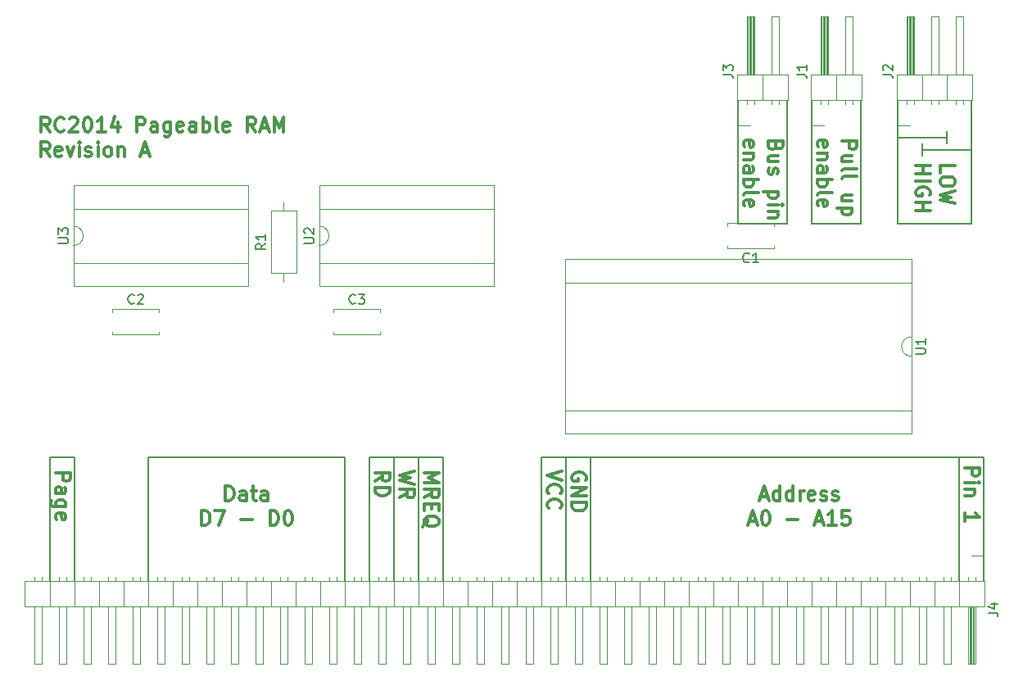
<source format=gto>
G04 #@! TF.FileFunction,Legend,Top*
%FSLAX46Y46*%
G04 Gerber Fmt 4.6, Leading zero omitted, Abs format (unit mm)*
G04 Created by KiCad (PCBNEW 4.0.6) date 06/13/17 15:03:04*
%MOMM*%
%LPD*%
G01*
G04 APERTURE LIST*
%ADD10C,0.100000*%
%ADD11C,0.200000*%
%ADD12C,0.300000*%
%ADD13C,0.120000*%
%ADD14C,0.150000*%
G04 APERTURE END LIST*
D10*
D11*
X185420000Y-137160000D02*
X185420000Y-149860000D01*
D12*
X92031429Y-138787143D02*
X93531429Y-138787143D01*
X93531429Y-139358571D01*
X93460000Y-139501429D01*
X93388571Y-139572857D01*
X93245714Y-139644286D01*
X93031429Y-139644286D01*
X92888571Y-139572857D01*
X92817143Y-139501429D01*
X92745714Y-139358571D01*
X92745714Y-138787143D01*
X92031429Y-140930000D02*
X92817143Y-140930000D01*
X92960000Y-140858571D01*
X93031429Y-140715714D01*
X93031429Y-140430000D01*
X92960000Y-140287143D01*
X92102857Y-140930000D02*
X92031429Y-140787143D01*
X92031429Y-140430000D01*
X92102857Y-140287143D01*
X92245714Y-140215714D01*
X92388571Y-140215714D01*
X92531429Y-140287143D01*
X92602857Y-140430000D01*
X92602857Y-140787143D01*
X92674286Y-140930000D01*
X93031429Y-142287143D02*
X91817143Y-142287143D01*
X91674286Y-142215714D01*
X91602857Y-142144286D01*
X91531429Y-142001429D01*
X91531429Y-141787143D01*
X91602857Y-141644286D01*
X92102857Y-142287143D02*
X92031429Y-142144286D01*
X92031429Y-141858572D01*
X92102857Y-141715714D01*
X92174286Y-141644286D01*
X92317143Y-141572857D01*
X92745714Y-141572857D01*
X92888571Y-141644286D01*
X92960000Y-141715714D01*
X93031429Y-141858572D01*
X93031429Y-142144286D01*
X92960000Y-142287143D01*
X92102857Y-143572857D02*
X92031429Y-143430000D01*
X92031429Y-143144286D01*
X92102857Y-143001429D01*
X92245714Y-142930000D01*
X92817143Y-142930000D01*
X92960000Y-143001429D01*
X93031429Y-143144286D01*
X93031429Y-143430000D01*
X92960000Y-143572857D01*
X92817143Y-143644286D01*
X92674286Y-143644286D01*
X92531429Y-142930000D01*
D11*
X91440000Y-137160000D02*
X91440000Y-149860000D01*
X93980000Y-137160000D02*
X91440000Y-137160000D01*
X93980000Y-149860000D02*
X93980000Y-137160000D01*
D12*
X166482143Y-104997143D02*
X166410714Y-105211429D01*
X166339286Y-105282857D01*
X166196429Y-105354286D01*
X165982143Y-105354286D01*
X165839286Y-105282857D01*
X165767857Y-105211429D01*
X165696429Y-105068571D01*
X165696429Y-104497143D01*
X167196429Y-104497143D01*
X167196429Y-104997143D01*
X167125000Y-105140000D01*
X167053571Y-105211429D01*
X166910714Y-105282857D01*
X166767857Y-105282857D01*
X166625000Y-105211429D01*
X166553571Y-105140000D01*
X166482143Y-104997143D01*
X166482143Y-104497143D01*
X166696429Y-106640000D02*
X165696429Y-106640000D01*
X166696429Y-105997143D02*
X165910714Y-105997143D01*
X165767857Y-106068571D01*
X165696429Y-106211429D01*
X165696429Y-106425714D01*
X165767857Y-106568571D01*
X165839286Y-106640000D01*
X165767857Y-107282857D02*
X165696429Y-107425714D01*
X165696429Y-107711429D01*
X165767857Y-107854286D01*
X165910714Y-107925714D01*
X165982143Y-107925714D01*
X166125000Y-107854286D01*
X166196429Y-107711429D01*
X166196429Y-107497143D01*
X166267857Y-107354286D01*
X166410714Y-107282857D01*
X166482143Y-107282857D01*
X166625000Y-107354286D01*
X166696429Y-107497143D01*
X166696429Y-107711429D01*
X166625000Y-107854286D01*
X166696429Y-109711429D02*
X165196429Y-109711429D01*
X166625000Y-109711429D02*
X166696429Y-109854286D01*
X166696429Y-110140000D01*
X166625000Y-110282857D01*
X166553571Y-110354286D01*
X166410714Y-110425715D01*
X165982143Y-110425715D01*
X165839286Y-110354286D01*
X165767857Y-110282857D01*
X165696429Y-110140000D01*
X165696429Y-109854286D01*
X165767857Y-109711429D01*
X165696429Y-111068572D02*
X166696429Y-111068572D01*
X167196429Y-111068572D02*
X167125000Y-110997143D01*
X167053571Y-111068572D01*
X167125000Y-111140000D01*
X167196429Y-111068572D01*
X167053571Y-111068572D01*
X166696429Y-111782858D02*
X165696429Y-111782858D01*
X166553571Y-111782858D02*
X166625000Y-111854286D01*
X166696429Y-111997144D01*
X166696429Y-112211429D01*
X166625000Y-112354286D01*
X166482143Y-112425715D01*
X165696429Y-112425715D01*
X163217857Y-105068571D02*
X163146429Y-104925714D01*
X163146429Y-104640000D01*
X163217857Y-104497143D01*
X163360714Y-104425714D01*
X163932143Y-104425714D01*
X164075000Y-104497143D01*
X164146429Y-104640000D01*
X164146429Y-104925714D01*
X164075000Y-105068571D01*
X163932143Y-105140000D01*
X163789286Y-105140000D01*
X163646429Y-104425714D01*
X164146429Y-105782857D02*
X163146429Y-105782857D01*
X164003571Y-105782857D02*
X164075000Y-105854285D01*
X164146429Y-105997143D01*
X164146429Y-106211428D01*
X164075000Y-106354285D01*
X163932143Y-106425714D01*
X163146429Y-106425714D01*
X163146429Y-107782857D02*
X163932143Y-107782857D01*
X164075000Y-107711428D01*
X164146429Y-107568571D01*
X164146429Y-107282857D01*
X164075000Y-107140000D01*
X163217857Y-107782857D02*
X163146429Y-107640000D01*
X163146429Y-107282857D01*
X163217857Y-107140000D01*
X163360714Y-107068571D01*
X163503571Y-107068571D01*
X163646429Y-107140000D01*
X163717857Y-107282857D01*
X163717857Y-107640000D01*
X163789286Y-107782857D01*
X163146429Y-108497143D02*
X164646429Y-108497143D01*
X164075000Y-108497143D02*
X164146429Y-108640000D01*
X164146429Y-108925714D01*
X164075000Y-109068571D01*
X164003571Y-109140000D01*
X163860714Y-109211429D01*
X163432143Y-109211429D01*
X163289286Y-109140000D01*
X163217857Y-109068571D01*
X163146429Y-108925714D01*
X163146429Y-108640000D01*
X163217857Y-108497143D01*
X163146429Y-110068572D02*
X163217857Y-109925714D01*
X163360714Y-109854286D01*
X164646429Y-109854286D01*
X163217857Y-111211428D02*
X163146429Y-111068571D01*
X163146429Y-110782857D01*
X163217857Y-110640000D01*
X163360714Y-110568571D01*
X163932143Y-110568571D01*
X164075000Y-110640000D01*
X164146429Y-110782857D01*
X164146429Y-111068571D01*
X164075000Y-111211428D01*
X163932143Y-111282857D01*
X163789286Y-111282857D01*
X163646429Y-110568571D01*
D11*
X162560000Y-113030000D02*
X162560000Y-100330000D01*
X167640000Y-113030000D02*
X162560000Y-113030000D01*
X167640000Y-100330000D02*
X167640000Y-113030000D01*
X181610000Y-104775000D02*
X181610000Y-106045000D01*
X184150000Y-103505000D02*
X184150000Y-104775000D01*
D12*
X183471429Y-107751429D02*
X183471429Y-107037143D01*
X184971429Y-107037143D01*
X184971429Y-108537143D02*
X184971429Y-108822857D01*
X184900000Y-108965715D01*
X184757143Y-109108572D01*
X184471429Y-109180000D01*
X183971429Y-109180000D01*
X183685714Y-109108572D01*
X183542857Y-108965715D01*
X183471429Y-108822857D01*
X183471429Y-108537143D01*
X183542857Y-108394286D01*
X183685714Y-108251429D01*
X183971429Y-108180000D01*
X184471429Y-108180000D01*
X184757143Y-108251429D01*
X184900000Y-108394286D01*
X184971429Y-108537143D01*
X184971429Y-109680001D02*
X183471429Y-110037144D01*
X184542857Y-110322858D01*
X183471429Y-110608572D01*
X184971429Y-110965715D01*
D11*
X186690000Y-105410000D02*
X181610000Y-105410000D01*
X179070000Y-104140000D02*
X184150000Y-104140000D01*
X186690000Y-113030000D02*
X186690000Y-100330000D01*
X179070000Y-113030000D02*
X186690000Y-113030000D01*
X179070000Y-100330000D02*
X179070000Y-113030000D01*
X170180000Y-113030000D02*
X170180000Y-100330000D01*
X175260000Y-113030000D02*
X170180000Y-113030000D01*
X175260000Y-100330000D02*
X175260000Y-113030000D01*
D12*
X164874286Y-141215000D02*
X165588572Y-141215000D01*
X164731429Y-141643571D02*
X165231429Y-140143571D01*
X165731429Y-141643571D01*
X166874286Y-141643571D02*
X166874286Y-140143571D01*
X166874286Y-141572143D02*
X166731429Y-141643571D01*
X166445715Y-141643571D01*
X166302857Y-141572143D01*
X166231429Y-141500714D01*
X166160000Y-141357857D01*
X166160000Y-140929286D01*
X166231429Y-140786429D01*
X166302857Y-140715000D01*
X166445715Y-140643571D01*
X166731429Y-140643571D01*
X166874286Y-140715000D01*
X168231429Y-141643571D02*
X168231429Y-140143571D01*
X168231429Y-141572143D02*
X168088572Y-141643571D01*
X167802858Y-141643571D01*
X167660000Y-141572143D01*
X167588572Y-141500714D01*
X167517143Y-141357857D01*
X167517143Y-140929286D01*
X167588572Y-140786429D01*
X167660000Y-140715000D01*
X167802858Y-140643571D01*
X168088572Y-140643571D01*
X168231429Y-140715000D01*
X168945715Y-141643571D02*
X168945715Y-140643571D01*
X168945715Y-140929286D02*
X169017143Y-140786429D01*
X169088572Y-140715000D01*
X169231429Y-140643571D01*
X169374286Y-140643571D01*
X170445714Y-141572143D02*
X170302857Y-141643571D01*
X170017143Y-141643571D01*
X169874286Y-141572143D01*
X169802857Y-141429286D01*
X169802857Y-140857857D01*
X169874286Y-140715000D01*
X170017143Y-140643571D01*
X170302857Y-140643571D01*
X170445714Y-140715000D01*
X170517143Y-140857857D01*
X170517143Y-141000714D01*
X169802857Y-141143571D01*
X171088571Y-141572143D02*
X171231428Y-141643571D01*
X171517143Y-141643571D01*
X171660000Y-141572143D01*
X171731428Y-141429286D01*
X171731428Y-141357857D01*
X171660000Y-141215000D01*
X171517143Y-141143571D01*
X171302857Y-141143571D01*
X171160000Y-141072143D01*
X171088571Y-140929286D01*
X171088571Y-140857857D01*
X171160000Y-140715000D01*
X171302857Y-140643571D01*
X171517143Y-140643571D01*
X171660000Y-140715000D01*
X172302857Y-141572143D02*
X172445714Y-141643571D01*
X172731429Y-141643571D01*
X172874286Y-141572143D01*
X172945714Y-141429286D01*
X172945714Y-141357857D01*
X172874286Y-141215000D01*
X172731429Y-141143571D01*
X172517143Y-141143571D01*
X172374286Y-141072143D01*
X172302857Y-140929286D01*
X172302857Y-140857857D01*
X172374286Y-140715000D01*
X172517143Y-140643571D01*
X172731429Y-140643571D01*
X172874286Y-140715000D01*
X163695715Y-143765000D02*
X164410001Y-143765000D01*
X163552858Y-144193571D02*
X164052858Y-142693571D01*
X164552858Y-144193571D01*
X165338572Y-142693571D02*
X165481429Y-142693571D01*
X165624286Y-142765000D01*
X165695715Y-142836429D01*
X165767144Y-142979286D01*
X165838572Y-143265000D01*
X165838572Y-143622143D01*
X165767144Y-143907857D01*
X165695715Y-144050714D01*
X165624286Y-144122143D01*
X165481429Y-144193571D01*
X165338572Y-144193571D01*
X165195715Y-144122143D01*
X165124286Y-144050714D01*
X165052858Y-143907857D01*
X164981429Y-143622143D01*
X164981429Y-143265000D01*
X165052858Y-142979286D01*
X165124286Y-142836429D01*
X165195715Y-142765000D01*
X165338572Y-142693571D01*
X167624286Y-143622143D02*
X168767143Y-143622143D01*
X170552857Y-143765000D02*
X171267143Y-143765000D01*
X170410000Y-144193571D02*
X170910000Y-142693571D01*
X171410000Y-144193571D01*
X172695714Y-144193571D02*
X171838571Y-144193571D01*
X172267143Y-144193571D02*
X172267143Y-142693571D01*
X172124286Y-142907857D01*
X171981428Y-143050714D01*
X171838571Y-143122143D01*
X174052857Y-142693571D02*
X173338571Y-142693571D01*
X173267142Y-143407857D01*
X173338571Y-143336429D01*
X173481428Y-143265000D01*
X173838571Y-143265000D01*
X173981428Y-143336429D01*
X174052857Y-143407857D01*
X174124285Y-143550714D01*
X174124285Y-143907857D01*
X174052857Y-144050714D01*
X173981428Y-144122143D01*
X173838571Y-144193571D01*
X173481428Y-144193571D01*
X173338571Y-144122143D01*
X173267142Y-144050714D01*
X146800000Y-139572857D02*
X146871429Y-139430000D01*
X146871429Y-139215714D01*
X146800000Y-139001429D01*
X146657143Y-138858571D01*
X146514286Y-138787143D01*
X146228571Y-138715714D01*
X146014286Y-138715714D01*
X145728571Y-138787143D01*
X145585714Y-138858571D01*
X145442857Y-139001429D01*
X145371429Y-139215714D01*
X145371429Y-139358571D01*
X145442857Y-139572857D01*
X145514286Y-139644286D01*
X146014286Y-139644286D01*
X146014286Y-139358571D01*
X145371429Y-140287143D02*
X146871429Y-140287143D01*
X145371429Y-141144286D01*
X146871429Y-141144286D01*
X145371429Y-141858572D02*
X146871429Y-141858572D01*
X146871429Y-142215715D01*
X146800000Y-142430000D01*
X146657143Y-142572858D01*
X146514286Y-142644286D01*
X146228571Y-142715715D01*
X146014286Y-142715715D01*
X145728571Y-142644286D01*
X145585714Y-142572858D01*
X145442857Y-142430000D01*
X145371429Y-142215715D01*
X145371429Y-141858572D01*
X144331429Y-138572857D02*
X142831429Y-139072857D01*
X144331429Y-139572857D01*
X142974286Y-140930000D02*
X142902857Y-140858571D01*
X142831429Y-140644285D01*
X142831429Y-140501428D01*
X142902857Y-140287143D01*
X143045714Y-140144285D01*
X143188571Y-140072857D01*
X143474286Y-140001428D01*
X143688571Y-140001428D01*
X143974286Y-140072857D01*
X144117143Y-140144285D01*
X144260000Y-140287143D01*
X144331429Y-140501428D01*
X144331429Y-140644285D01*
X144260000Y-140858571D01*
X144188571Y-140930000D01*
X142974286Y-142430000D02*
X142902857Y-142358571D01*
X142831429Y-142144285D01*
X142831429Y-142001428D01*
X142902857Y-141787143D01*
X143045714Y-141644285D01*
X143188571Y-141572857D01*
X143474286Y-141501428D01*
X143688571Y-141501428D01*
X143974286Y-141572857D01*
X144117143Y-141644285D01*
X144260000Y-141787143D01*
X144331429Y-142001428D01*
X144331429Y-142144285D01*
X144260000Y-142358571D01*
X144188571Y-142430000D01*
D11*
X147320000Y-137160000D02*
X185420000Y-137160000D01*
X147320000Y-137160000D02*
X144780000Y-137160000D01*
X147320000Y-149860000D02*
X147320000Y-137160000D01*
X144780000Y-137160000D02*
X144780000Y-149860000D01*
X142240000Y-137160000D02*
X144780000Y-137160000D01*
X142240000Y-149860000D02*
X142240000Y-137160000D01*
D12*
X109581429Y-141643571D02*
X109581429Y-140143571D01*
X109938572Y-140143571D01*
X110152857Y-140215000D01*
X110295715Y-140357857D01*
X110367143Y-140500714D01*
X110438572Y-140786429D01*
X110438572Y-141000714D01*
X110367143Y-141286429D01*
X110295715Y-141429286D01*
X110152857Y-141572143D01*
X109938572Y-141643571D01*
X109581429Y-141643571D01*
X111724286Y-141643571D02*
X111724286Y-140857857D01*
X111652857Y-140715000D01*
X111510000Y-140643571D01*
X111224286Y-140643571D01*
X111081429Y-140715000D01*
X111724286Y-141572143D02*
X111581429Y-141643571D01*
X111224286Y-141643571D01*
X111081429Y-141572143D01*
X111010000Y-141429286D01*
X111010000Y-141286429D01*
X111081429Y-141143571D01*
X111224286Y-141072143D01*
X111581429Y-141072143D01*
X111724286Y-141000714D01*
X112224286Y-140643571D02*
X112795715Y-140643571D01*
X112438572Y-140143571D02*
X112438572Y-141429286D01*
X112510000Y-141572143D01*
X112652858Y-141643571D01*
X112795715Y-141643571D01*
X113938572Y-141643571D02*
X113938572Y-140857857D01*
X113867143Y-140715000D01*
X113724286Y-140643571D01*
X113438572Y-140643571D01*
X113295715Y-140715000D01*
X113938572Y-141572143D02*
X113795715Y-141643571D01*
X113438572Y-141643571D01*
X113295715Y-141572143D01*
X113224286Y-141429286D01*
X113224286Y-141286429D01*
X113295715Y-141143571D01*
X113438572Y-141072143D01*
X113795715Y-141072143D01*
X113938572Y-141000714D01*
X107117144Y-144193571D02*
X107117144Y-142693571D01*
X107474287Y-142693571D01*
X107688572Y-142765000D01*
X107831430Y-142907857D01*
X107902858Y-143050714D01*
X107974287Y-143336429D01*
X107974287Y-143550714D01*
X107902858Y-143836429D01*
X107831430Y-143979286D01*
X107688572Y-144122143D01*
X107474287Y-144193571D01*
X107117144Y-144193571D01*
X108474287Y-142693571D02*
X109474287Y-142693571D01*
X108831430Y-144193571D01*
X111188572Y-143622143D02*
X112331429Y-143622143D01*
X114188572Y-144193571D02*
X114188572Y-142693571D01*
X114545715Y-142693571D01*
X114760000Y-142765000D01*
X114902858Y-142907857D01*
X114974286Y-143050714D01*
X115045715Y-143336429D01*
X115045715Y-143550714D01*
X114974286Y-143836429D01*
X114902858Y-143979286D01*
X114760000Y-144122143D01*
X114545715Y-144193571D01*
X114188572Y-144193571D01*
X115974286Y-142693571D02*
X116117143Y-142693571D01*
X116260000Y-142765000D01*
X116331429Y-142836429D01*
X116402858Y-142979286D01*
X116474286Y-143265000D01*
X116474286Y-143622143D01*
X116402858Y-143907857D01*
X116331429Y-144050714D01*
X116260000Y-144122143D01*
X116117143Y-144193571D01*
X115974286Y-144193571D01*
X115831429Y-144122143D01*
X115760000Y-144050714D01*
X115688572Y-143907857D01*
X115617143Y-143622143D01*
X115617143Y-143265000D01*
X115688572Y-142979286D01*
X115760000Y-142836429D01*
X115831429Y-142765000D01*
X115974286Y-142693571D01*
D11*
X101600000Y-137160000D02*
X101600000Y-149860000D01*
X121920000Y-137160000D02*
X101600000Y-137160000D01*
X121920000Y-149860000D02*
X121920000Y-137160000D01*
D12*
X125051429Y-139644286D02*
X125765714Y-139144286D01*
X125051429Y-138787143D02*
X126551429Y-138787143D01*
X126551429Y-139358571D01*
X126480000Y-139501429D01*
X126408571Y-139572857D01*
X126265714Y-139644286D01*
X126051429Y-139644286D01*
X125908571Y-139572857D01*
X125837143Y-139501429D01*
X125765714Y-139358571D01*
X125765714Y-138787143D01*
X125051429Y-140287143D02*
X126551429Y-140287143D01*
X126551429Y-140644286D01*
X126480000Y-140858571D01*
X126337143Y-141001429D01*
X126194286Y-141072857D01*
X125908571Y-141144286D01*
X125694286Y-141144286D01*
X125408571Y-141072857D01*
X125265714Y-141001429D01*
X125122857Y-140858571D01*
X125051429Y-140644286D01*
X125051429Y-140287143D01*
X129091429Y-138644286D02*
X127591429Y-139001429D01*
X128662857Y-139287143D01*
X127591429Y-139572857D01*
X129091429Y-139930000D01*
X127591429Y-141358572D02*
X128305714Y-140858572D01*
X127591429Y-140501429D02*
X129091429Y-140501429D01*
X129091429Y-141072857D01*
X129020000Y-141215715D01*
X128948571Y-141287143D01*
X128805714Y-141358572D01*
X128591429Y-141358572D01*
X128448571Y-141287143D01*
X128377143Y-141215715D01*
X128305714Y-141072857D01*
X128305714Y-140501429D01*
X130131429Y-138787143D02*
X131631429Y-138787143D01*
X130560000Y-139287143D01*
X131631429Y-139787143D01*
X130131429Y-139787143D01*
X130131429Y-141358572D02*
X130845714Y-140858572D01*
X130131429Y-140501429D02*
X131631429Y-140501429D01*
X131631429Y-141072857D01*
X131560000Y-141215715D01*
X131488571Y-141287143D01*
X131345714Y-141358572D01*
X131131429Y-141358572D01*
X130988571Y-141287143D01*
X130917143Y-141215715D01*
X130845714Y-141072857D01*
X130845714Y-140501429D01*
X130917143Y-142001429D02*
X130917143Y-142501429D01*
X130131429Y-142715715D02*
X130131429Y-142001429D01*
X131631429Y-142001429D01*
X131631429Y-142715715D01*
X129988571Y-144358572D02*
X130060000Y-144215715D01*
X130202857Y-144072858D01*
X130417143Y-143858572D01*
X130488571Y-143715715D01*
X130488571Y-143572858D01*
X130131429Y-143644286D02*
X130202857Y-143501429D01*
X130345714Y-143358572D01*
X130631429Y-143287143D01*
X131131429Y-143287143D01*
X131417143Y-143358572D01*
X131560000Y-143501429D01*
X131631429Y-143644286D01*
X131631429Y-143930000D01*
X131560000Y-144072858D01*
X131417143Y-144215715D01*
X131131429Y-144287143D01*
X130631429Y-144287143D01*
X130345714Y-144215715D01*
X130202857Y-144072858D01*
X130131429Y-143930000D01*
X130131429Y-143644286D01*
D11*
X129540000Y-137160000D02*
X129540000Y-149860000D01*
X127000000Y-149860000D02*
X127000000Y-137160000D01*
X124460000Y-137160000D02*
X124460000Y-149860000D01*
X132080000Y-137160000D02*
X124460000Y-137160000D01*
X132080000Y-149860000D02*
X132080000Y-137160000D01*
D12*
X180931429Y-107037143D02*
X182431429Y-107037143D01*
X181717143Y-107037143D02*
X181717143Y-107894286D01*
X180931429Y-107894286D02*
X182431429Y-107894286D01*
X180931429Y-108608572D02*
X182431429Y-108608572D01*
X182360000Y-110108572D02*
X182431429Y-109965715D01*
X182431429Y-109751429D01*
X182360000Y-109537144D01*
X182217143Y-109394286D01*
X182074286Y-109322858D01*
X181788571Y-109251429D01*
X181574286Y-109251429D01*
X181288571Y-109322858D01*
X181145714Y-109394286D01*
X181002857Y-109537144D01*
X180931429Y-109751429D01*
X180931429Y-109894286D01*
X181002857Y-110108572D01*
X181074286Y-110180001D01*
X181574286Y-110180001D01*
X181574286Y-109894286D01*
X180931429Y-110822858D02*
X182431429Y-110822858D01*
X181717143Y-110822858D02*
X181717143Y-111680001D01*
X180931429Y-111680001D02*
X182431429Y-111680001D01*
X173316429Y-104497143D02*
X174816429Y-104497143D01*
X174816429Y-105068571D01*
X174745000Y-105211429D01*
X174673571Y-105282857D01*
X174530714Y-105354286D01*
X174316429Y-105354286D01*
X174173571Y-105282857D01*
X174102143Y-105211429D01*
X174030714Y-105068571D01*
X174030714Y-104497143D01*
X174316429Y-106640000D02*
X173316429Y-106640000D01*
X174316429Y-105997143D02*
X173530714Y-105997143D01*
X173387857Y-106068571D01*
X173316429Y-106211429D01*
X173316429Y-106425714D01*
X173387857Y-106568571D01*
X173459286Y-106640000D01*
X173316429Y-107568572D02*
X173387857Y-107425714D01*
X173530714Y-107354286D01*
X174816429Y-107354286D01*
X173316429Y-108354286D02*
X173387857Y-108211428D01*
X173530714Y-108140000D01*
X174816429Y-108140000D01*
X174316429Y-110711428D02*
X173316429Y-110711428D01*
X174316429Y-110068571D02*
X173530714Y-110068571D01*
X173387857Y-110139999D01*
X173316429Y-110282857D01*
X173316429Y-110497142D01*
X173387857Y-110639999D01*
X173459286Y-110711428D01*
X174316429Y-111425714D02*
X172816429Y-111425714D01*
X174245000Y-111425714D02*
X174316429Y-111568571D01*
X174316429Y-111854285D01*
X174245000Y-111997142D01*
X174173571Y-112068571D01*
X174030714Y-112140000D01*
X173602143Y-112140000D01*
X173459286Y-112068571D01*
X173387857Y-111997142D01*
X173316429Y-111854285D01*
X173316429Y-111568571D01*
X173387857Y-111425714D01*
X170837857Y-105068571D02*
X170766429Y-104925714D01*
X170766429Y-104640000D01*
X170837857Y-104497143D01*
X170980714Y-104425714D01*
X171552143Y-104425714D01*
X171695000Y-104497143D01*
X171766429Y-104640000D01*
X171766429Y-104925714D01*
X171695000Y-105068571D01*
X171552143Y-105140000D01*
X171409286Y-105140000D01*
X171266429Y-104425714D01*
X171766429Y-105782857D02*
X170766429Y-105782857D01*
X171623571Y-105782857D02*
X171695000Y-105854285D01*
X171766429Y-105997143D01*
X171766429Y-106211428D01*
X171695000Y-106354285D01*
X171552143Y-106425714D01*
X170766429Y-106425714D01*
X170766429Y-107782857D02*
X171552143Y-107782857D01*
X171695000Y-107711428D01*
X171766429Y-107568571D01*
X171766429Y-107282857D01*
X171695000Y-107140000D01*
X170837857Y-107782857D02*
X170766429Y-107640000D01*
X170766429Y-107282857D01*
X170837857Y-107140000D01*
X170980714Y-107068571D01*
X171123571Y-107068571D01*
X171266429Y-107140000D01*
X171337857Y-107282857D01*
X171337857Y-107640000D01*
X171409286Y-107782857D01*
X170766429Y-108497143D02*
X172266429Y-108497143D01*
X171695000Y-108497143D02*
X171766429Y-108640000D01*
X171766429Y-108925714D01*
X171695000Y-109068571D01*
X171623571Y-109140000D01*
X171480714Y-109211429D01*
X171052143Y-109211429D01*
X170909286Y-109140000D01*
X170837857Y-109068571D01*
X170766429Y-108925714D01*
X170766429Y-108640000D01*
X170837857Y-108497143D01*
X170766429Y-110068572D02*
X170837857Y-109925714D01*
X170980714Y-109854286D01*
X172266429Y-109854286D01*
X170837857Y-111211428D02*
X170766429Y-111068571D01*
X170766429Y-110782857D01*
X170837857Y-110640000D01*
X170980714Y-110568571D01*
X171552143Y-110568571D01*
X171695000Y-110640000D01*
X171766429Y-110782857D01*
X171766429Y-111068571D01*
X171695000Y-111211428D01*
X171552143Y-111282857D01*
X171409286Y-111282857D01*
X171266429Y-110568571D01*
X91384286Y-103543571D02*
X90884286Y-102829286D01*
X90527143Y-103543571D02*
X90527143Y-102043571D01*
X91098571Y-102043571D01*
X91241429Y-102115000D01*
X91312857Y-102186429D01*
X91384286Y-102329286D01*
X91384286Y-102543571D01*
X91312857Y-102686429D01*
X91241429Y-102757857D01*
X91098571Y-102829286D01*
X90527143Y-102829286D01*
X92884286Y-103400714D02*
X92812857Y-103472143D01*
X92598571Y-103543571D01*
X92455714Y-103543571D01*
X92241429Y-103472143D01*
X92098571Y-103329286D01*
X92027143Y-103186429D01*
X91955714Y-102900714D01*
X91955714Y-102686429D01*
X92027143Y-102400714D01*
X92098571Y-102257857D01*
X92241429Y-102115000D01*
X92455714Y-102043571D01*
X92598571Y-102043571D01*
X92812857Y-102115000D01*
X92884286Y-102186429D01*
X93455714Y-102186429D02*
X93527143Y-102115000D01*
X93670000Y-102043571D01*
X94027143Y-102043571D01*
X94170000Y-102115000D01*
X94241429Y-102186429D01*
X94312857Y-102329286D01*
X94312857Y-102472143D01*
X94241429Y-102686429D01*
X93384286Y-103543571D01*
X94312857Y-103543571D01*
X95241428Y-102043571D02*
X95384285Y-102043571D01*
X95527142Y-102115000D01*
X95598571Y-102186429D01*
X95670000Y-102329286D01*
X95741428Y-102615000D01*
X95741428Y-102972143D01*
X95670000Y-103257857D01*
X95598571Y-103400714D01*
X95527142Y-103472143D01*
X95384285Y-103543571D01*
X95241428Y-103543571D01*
X95098571Y-103472143D01*
X95027142Y-103400714D01*
X94955714Y-103257857D01*
X94884285Y-102972143D01*
X94884285Y-102615000D01*
X94955714Y-102329286D01*
X95027142Y-102186429D01*
X95098571Y-102115000D01*
X95241428Y-102043571D01*
X97169999Y-103543571D02*
X96312856Y-103543571D01*
X96741428Y-103543571D02*
X96741428Y-102043571D01*
X96598571Y-102257857D01*
X96455713Y-102400714D01*
X96312856Y-102472143D01*
X98455713Y-102543571D02*
X98455713Y-103543571D01*
X98098570Y-101972143D02*
X97741427Y-103043571D01*
X98669999Y-103043571D01*
X100384284Y-103543571D02*
X100384284Y-102043571D01*
X100955712Y-102043571D01*
X101098570Y-102115000D01*
X101169998Y-102186429D01*
X101241427Y-102329286D01*
X101241427Y-102543571D01*
X101169998Y-102686429D01*
X101098570Y-102757857D01*
X100955712Y-102829286D01*
X100384284Y-102829286D01*
X102527141Y-103543571D02*
X102527141Y-102757857D01*
X102455712Y-102615000D01*
X102312855Y-102543571D01*
X102027141Y-102543571D01*
X101884284Y-102615000D01*
X102527141Y-103472143D02*
X102384284Y-103543571D01*
X102027141Y-103543571D01*
X101884284Y-103472143D01*
X101812855Y-103329286D01*
X101812855Y-103186429D01*
X101884284Y-103043571D01*
X102027141Y-102972143D01*
X102384284Y-102972143D01*
X102527141Y-102900714D01*
X103884284Y-102543571D02*
X103884284Y-103757857D01*
X103812855Y-103900714D01*
X103741427Y-103972143D01*
X103598570Y-104043571D01*
X103384284Y-104043571D01*
X103241427Y-103972143D01*
X103884284Y-103472143D02*
X103741427Y-103543571D01*
X103455713Y-103543571D01*
X103312855Y-103472143D01*
X103241427Y-103400714D01*
X103169998Y-103257857D01*
X103169998Y-102829286D01*
X103241427Y-102686429D01*
X103312855Y-102615000D01*
X103455713Y-102543571D01*
X103741427Y-102543571D01*
X103884284Y-102615000D01*
X105169998Y-103472143D02*
X105027141Y-103543571D01*
X104741427Y-103543571D01*
X104598570Y-103472143D01*
X104527141Y-103329286D01*
X104527141Y-102757857D01*
X104598570Y-102615000D01*
X104741427Y-102543571D01*
X105027141Y-102543571D01*
X105169998Y-102615000D01*
X105241427Y-102757857D01*
X105241427Y-102900714D01*
X104527141Y-103043571D01*
X106527141Y-103543571D02*
X106527141Y-102757857D01*
X106455712Y-102615000D01*
X106312855Y-102543571D01*
X106027141Y-102543571D01*
X105884284Y-102615000D01*
X106527141Y-103472143D02*
X106384284Y-103543571D01*
X106027141Y-103543571D01*
X105884284Y-103472143D01*
X105812855Y-103329286D01*
X105812855Y-103186429D01*
X105884284Y-103043571D01*
X106027141Y-102972143D01*
X106384284Y-102972143D01*
X106527141Y-102900714D01*
X107241427Y-103543571D02*
X107241427Y-102043571D01*
X107241427Y-102615000D02*
X107384284Y-102543571D01*
X107669998Y-102543571D01*
X107812855Y-102615000D01*
X107884284Y-102686429D01*
X107955713Y-102829286D01*
X107955713Y-103257857D01*
X107884284Y-103400714D01*
X107812855Y-103472143D01*
X107669998Y-103543571D01*
X107384284Y-103543571D01*
X107241427Y-103472143D01*
X108812856Y-103543571D02*
X108669998Y-103472143D01*
X108598570Y-103329286D01*
X108598570Y-102043571D01*
X109955712Y-103472143D02*
X109812855Y-103543571D01*
X109527141Y-103543571D01*
X109384284Y-103472143D01*
X109312855Y-103329286D01*
X109312855Y-102757857D01*
X109384284Y-102615000D01*
X109527141Y-102543571D01*
X109812855Y-102543571D01*
X109955712Y-102615000D01*
X110027141Y-102757857D01*
X110027141Y-102900714D01*
X109312855Y-103043571D01*
X112669998Y-103543571D02*
X112169998Y-102829286D01*
X111812855Y-103543571D02*
X111812855Y-102043571D01*
X112384283Y-102043571D01*
X112527141Y-102115000D01*
X112598569Y-102186429D01*
X112669998Y-102329286D01*
X112669998Y-102543571D01*
X112598569Y-102686429D01*
X112527141Y-102757857D01*
X112384283Y-102829286D01*
X111812855Y-102829286D01*
X113241426Y-103115000D02*
X113955712Y-103115000D01*
X113098569Y-103543571D02*
X113598569Y-102043571D01*
X114098569Y-103543571D01*
X114598569Y-103543571D02*
X114598569Y-102043571D01*
X115098569Y-103115000D01*
X115598569Y-102043571D01*
X115598569Y-103543571D01*
X91384286Y-106093571D02*
X90884286Y-105379286D01*
X90527143Y-106093571D02*
X90527143Y-104593571D01*
X91098571Y-104593571D01*
X91241429Y-104665000D01*
X91312857Y-104736429D01*
X91384286Y-104879286D01*
X91384286Y-105093571D01*
X91312857Y-105236429D01*
X91241429Y-105307857D01*
X91098571Y-105379286D01*
X90527143Y-105379286D01*
X92598571Y-106022143D02*
X92455714Y-106093571D01*
X92170000Y-106093571D01*
X92027143Y-106022143D01*
X91955714Y-105879286D01*
X91955714Y-105307857D01*
X92027143Y-105165000D01*
X92170000Y-105093571D01*
X92455714Y-105093571D01*
X92598571Y-105165000D01*
X92670000Y-105307857D01*
X92670000Y-105450714D01*
X91955714Y-105593571D01*
X93170000Y-105093571D02*
X93527143Y-106093571D01*
X93884285Y-105093571D01*
X94455714Y-106093571D02*
X94455714Y-105093571D01*
X94455714Y-104593571D02*
X94384285Y-104665000D01*
X94455714Y-104736429D01*
X94527142Y-104665000D01*
X94455714Y-104593571D01*
X94455714Y-104736429D01*
X95098571Y-106022143D02*
X95241428Y-106093571D01*
X95527143Y-106093571D01*
X95670000Y-106022143D01*
X95741428Y-105879286D01*
X95741428Y-105807857D01*
X95670000Y-105665000D01*
X95527143Y-105593571D01*
X95312857Y-105593571D01*
X95170000Y-105522143D01*
X95098571Y-105379286D01*
X95098571Y-105307857D01*
X95170000Y-105165000D01*
X95312857Y-105093571D01*
X95527143Y-105093571D01*
X95670000Y-105165000D01*
X96384286Y-106093571D02*
X96384286Y-105093571D01*
X96384286Y-104593571D02*
X96312857Y-104665000D01*
X96384286Y-104736429D01*
X96455714Y-104665000D01*
X96384286Y-104593571D01*
X96384286Y-104736429D01*
X97312858Y-106093571D02*
X97170000Y-106022143D01*
X97098572Y-105950714D01*
X97027143Y-105807857D01*
X97027143Y-105379286D01*
X97098572Y-105236429D01*
X97170000Y-105165000D01*
X97312858Y-105093571D01*
X97527143Y-105093571D01*
X97670000Y-105165000D01*
X97741429Y-105236429D01*
X97812858Y-105379286D01*
X97812858Y-105807857D01*
X97741429Y-105950714D01*
X97670000Y-106022143D01*
X97527143Y-106093571D01*
X97312858Y-106093571D01*
X98455715Y-105093571D02*
X98455715Y-106093571D01*
X98455715Y-105236429D02*
X98527143Y-105165000D01*
X98670001Y-105093571D01*
X98884286Y-105093571D01*
X99027143Y-105165000D01*
X99098572Y-105307857D01*
X99098572Y-106093571D01*
X100884286Y-105665000D02*
X101598572Y-105665000D01*
X100741429Y-106093571D02*
X101241429Y-104593571D01*
X101741429Y-106093571D01*
X186011429Y-138255715D02*
X187511429Y-138255715D01*
X187511429Y-138827143D01*
X187440000Y-138970001D01*
X187368571Y-139041429D01*
X187225714Y-139112858D01*
X187011429Y-139112858D01*
X186868571Y-139041429D01*
X186797143Y-138970001D01*
X186725714Y-138827143D01*
X186725714Y-138255715D01*
X186011429Y-139755715D02*
X187011429Y-139755715D01*
X187511429Y-139755715D02*
X187440000Y-139684286D01*
X187368571Y-139755715D01*
X187440000Y-139827143D01*
X187511429Y-139755715D01*
X187368571Y-139755715D01*
X187011429Y-140470001D02*
X186011429Y-140470001D01*
X186868571Y-140470001D02*
X186940000Y-140541429D01*
X187011429Y-140684287D01*
X187011429Y-140898572D01*
X186940000Y-141041429D01*
X186797143Y-141112858D01*
X186011429Y-141112858D01*
X186011429Y-143755715D02*
X186011429Y-142898572D01*
X186011429Y-143327144D02*
X187511429Y-143327144D01*
X187297143Y-143184287D01*
X187154286Y-143041429D01*
X187082857Y-142898572D01*
D11*
X187960000Y-137160000D02*
X187960000Y-149860000D01*
X185420000Y-137160000D02*
X187960000Y-137160000D01*
D13*
X170120000Y-100260000D02*
X172720000Y-100260000D01*
X172720000Y-100260000D02*
X172720000Y-97640000D01*
X172720000Y-97640000D02*
X170120000Y-97640000D01*
X170120000Y-97640000D02*
X170120000Y-100260000D01*
X171070000Y-97640000D02*
X171830000Y-97640000D01*
X171830000Y-97640000D02*
X171830000Y-91640000D01*
X171830000Y-91640000D02*
X171070000Y-91640000D01*
X171070000Y-91640000D02*
X171070000Y-97640000D01*
X171070000Y-100690000D02*
X171070000Y-100260000D01*
X171830000Y-100690000D02*
X171830000Y-100260000D01*
X171190000Y-97640000D02*
X171190000Y-91640000D01*
X171310000Y-97640000D02*
X171310000Y-91640000D01*
X171430000Y-97640000D02*
X171430000Y-91640000D01*
X171550000Y-97640000D02*
X171550000Y-91640000D01*
X171670000Y-97640000D02*
X171670000Y-91640000D01*
X171790000Y-97640000D02*
X171790000Y-91640000D01*
X172720000Y-100260000D02*
X175320000Y-100260000D01*
X175320000Y-100260000D02*
X175320000Y-97640000D01*
X175320000Y-97640000D02*
X172720000Y-97640000D01*
X172720000Y-97640000D02*
X172720000Y-100260000D01*
X173610000Y-97640000D02*
X174370000Y-97640000D01*
X174370000Y-97640000D02*
X174370000Y-91640000D01*
X174370000Y-91640000D02*
X173610000Y-91640000D01*
X173610000Y-91640000D02*
X173610000Y-97640000D01*
X173610000Y-100690000D02*
X173610000Y-100260000D01*
X174370000Y-100690000D02*
X174370000Y-100260000D01*
X171450000Y-102870000D02*
X170180000Y-102870000D01*
X170180000Y-102870000D02*
X170180000Y-101600000D01*
X179010000Y-100260000D02*
X181610000Y-100260000D01*
X181610000Y-100260000D02*
X181610000Y-97640000D01*
X181610000Y-97640000D02*
X179010000Y-97640000D01*
X179010000Y-97640000D02*
X179010000Y-100260000D01*
X179960000Y-97640000D02*
X180720000Y-97640000D01*
X180720000Y-97640000D02*
X180720000Y-91640000D01*
X180720000Y-91640000D02*
X179960000Y-91640000D01*
X179960000Y-91640000D02*
X179960000Y-97640000D01*
X179960000Y-100690000D02*
X179960000Y-100260000D01*
X180720000Y-100690000D02*
X180720000Y-100260000D01*
X180080000Y-97640000D02*
X180080000Y-91640000D01*
X180200000Y-97640000D02*
X180200000Y-91640000D01*
X180320000Y-97640000D02*
X180320000Y-91640000D01*
X180440000Y-97640000D02*
X180440000Y-91640000D01*
X180560000Y-97640000D02*
X180560000Y-91640000D01*
X180680000Y-97640000D02*
X180680000Y-91640000D01*
X181610000Y-100260000D02*
X184150000Y-100260000D01*
X184150000Y-100260000D02*
X184150000Y-97640000D01*
X184150000Y-97640000D02*
X181610000Y-97640000D01*
X181610000Y-97640000D02*
X181610000Y-100260000D01*
X182500000Y-97640000D02*
X183260000Y-97640000D01*
X183260000Y-97640000D02*
X183260000Y-91640000D01*
X183260000Y-91640000D02*
X182500000Y-91640000D01*
X182500000Y-91640000D02*
X182500000Y-97640000D01*
X182500000Y-100690000D02*
X182500000Y-100260000D01*
X183260000Y-100690000D02*
X183260000Y-100260000D01*
X184150000Y-100260000D02*
X186750000Y-100260000D01*
X186750000Y-100260000D02*
X186750000Y-97640000D01*
X186750000Y-97640000D02*
X184150000Y-97640000D01*
X184150000Y-97640000D02*
X184150000Y-100260000D01*
X185040000Y-97640000D02*
X185800000Y-97640000D01*
X185800000Y-97640000D02*
X185800000Y-91640000D01*
X185800000Y-91640000D02*
X185040000Y-91640000D01*
X185040000Y-91640000D02*
X185040000Y-97640000D01*
X185040000Y-100690000D02*
X185040000Y-100260000D01*
X185800000Y-100690000D02*
X185800000Y-100260000D01*
X180340000Y-102870000D02*
X179070000Y-102870000D01*
X179070000Y-102870000D02*
X179070000Y-101600000D01*
X114260000Y-118145000D02*
X116880000Y-118145000D01*
X116880000Y-118145000D02*
X116880000Y-111725000D01*
X116880000Y-111725000D02*
X114260000Y-111725000D01*
X114260000Y-111725000D02*
X114260000Y-118145000D01*
X115570000Y-119035000D02*
X115570000Y-118145000D01*
X115570000Y-110835000D02*
X115570000Y-111725000D01*
X180460000Y-124730000D02*
X180460000Y-119150000D01*
X180460000Y-119150000D02*
X144660000Y-119150000D01*
X144660000Y-119150000D02*
X144660000Y-132310000D01*
X144660000Y-132310000D02*
X180460000Y-132310000D01*
X180460000Y-132310000D02*
X180460000Y-126730000D01*
X180460000Y-116720000D02*
X144660000Y-116720000D01*
X144660000Y-116720000D02*
X144660000Y-134740000D01*
X144660000Y-134740000D02*
X180460000Y-134740000D01*
X180460000Y-134740000D02*
X180460000Y-116720000D01*
X180460000Y-126730000D02*
G75*
G02X180460000Y-124730000I0J1000000D01*
G01*
X119260000Y-115300000D02*
X119260000Y-117070000D01*
X119260000Y-117070000D02*
X137280000Y-117070000D01*
X137280000Y-117070000D02*
X137280000Y-111530000D01*
X137280000Y-111530000D02*
X119260000Y-111530000D01*
X119260000Y-111530000D02*
X119260000Y-113300000D01*
X119260000Y-119500000D02*
X137280000Y-119500000D01*
X137280000Y-119500000D02*
X137280000Y-109100000D01*
X137280000Y-109100000D02*
X119260000Y-109100000D01*
X119260000Y-109100000D02*
X119260000Y-119500000D01*
X119260000Y-113300000D02*
G75*
G02X119260000Y-115300000I0J-1000000D01*
G01*
X93860000Y-115300000D02*
X93860000Y-117070000D01*
X93860000Y-117070000D02*
X111880000Y-117070000D01*
X111880000Y-117070000D02*
X111880000Y-111530000D01*
X111880000Y-111530000D02*
X93860000Y-111530000D01*
X93860000Y-111530000D02*
X93860000Y-113300000D01*
X93860000Y-119500000D02*
X111880000Y-119500000D01*
X111880000Y-119500000D02*
X111880000Y-109100000D01*
X111880000Y-109100000D02*
X93860000Y-109100000D01*
X93860000Y-109100000D02*
X93860000Y-119500000D01*
X93860000Y-113300000D02*
G75*
G02X93860000Y-115300000I0J-1000000D01*
G01*
X188020000Y-149930000D02*
X185420000Y-149930000D01*
X185420000Y-149930000D02*
X185420000Y-152550000D01*
X185420000Y-152550000D02*
X188020000Y-152550000D01*
X188020000Y-152550000D02*
X188020000Y-149930000D01*
X187070000Y-152550000D02*
X186310000Y-152550000D01*
X186310000Y-152550000D02*
X186310000Y-158550000D01*
X186310000Y-158550000D02*
X187070000Y-158550000D01*
X187070000Y-158550000D02*
X187070000Y-152550000D01*
X187070000Y-149500000D02*
X187070000Y-149930000D01*
X186310000Y-149500000D02*
X186310000Y-149930000D01*
X186950000Y-152550000D02*
X186950000Y-158550000D01*
X186830000Y-152550000D02*
X186830000Y-158550000D01*
X186710000Y-152550000D02*
X186710000Y-158550000D01*
X186590000Y-152550000D02*
X186590000Y-158550000D01*
X186470000Y-152550000D02*
X186470000Y-158550000D01*
X186350000Y-152550000D02*
X186350000Y-158550000D01*
X185420000Y-149930000D02*
X182880000Y-149930000D01*
X182880000Y-149930000D02*
X182880000Y-152550000D01*
X182880000Y-152550000D02*
X185420000Y-152550000D01*
X185420000Y-152550000D02*
X185420000Y-149930000D01*
X184530000Y-152550000D02*
X183770000Y-152550000D01*
X183770000Y-152550000D02*
X183770000Y-158550000D01*
X183770000Y-158550000D02*
X184530000Y-158550000D01*
X184530000Y-158550000D02*
X184530000Y-152550000D01*
X184530000Y-149500000D02*
X184530000Y-149930000D01*
X183770000Y-149500000D02*
X183770000Y-149930000D01*
X182880000Y-149930000D02*
X180340000Y-149930000D01*
X180340000Y-149930000D02*
X180340000Y-152550000D01*
X180340000Y-152550000D02*
X182880000Y-152550000D01*
X182880000Y-152550000D02*
X182880000Y-149930000D01*
X181990000Y-152550000D02*
X181230000Y-152550000D01*
X181230000Y-152550000D02*
X181230000Y-158550000D01*
X181230000Y-158550000D02*
X181990000Y-158550000D01*
X181990000Y-158550000D02*
X181990000Y-152550000D01*
X181990000Y-149500000D02*
X181990000Y-149930000D01*
X181230000Y-149500000D02*
X181230000Y-149930000D01*
X180340000Y-149930000D02*
X177800000Y-149930000D01*
X177800000Y-149930000D02*
X177800000Y-152550000D01*
X177800000Y-152550000D02*
X180340000Y-152550000D01*
X180340000Y-152550000D02*
X180340000Y-149930000D01*
X179450000Y-152550000D02*
X178690000Y-152550000D01*
X178690000Y-152550000D02*
X178690000Y-158550000D01*
X178690000Y-158550000D02*
X179450000Y-158550000D01*
X179450000Y-158550000D02*
X179450000Y-152550000D01*
X179450000Y-149500000D02*
X179450000Y-149930000D01*
X178690000Y-149500000D02*
X178690000Y-149930000D01*
X177800000Y-149930000D02*
X175260000Y-149930000D01*
X175260000Y-149930000D02*
X175260000Y-152550000D01*
X175260000Y-152550000D02*
X177800000Y-152550000D01*
X177800000Y-152550000D02*
X177800000Y-149930000D01*
X176910000Y-152550000D02*
X176150000Y-152550000D01*
X176150000Y-152550000D02*
X176150000Y-158550000D01*
X176150000Y-158550000D02*
X176910000Y-158550000D01*
X176910000Y-158550000D02*
X176910000Y-152550000D01*
X176910000Y-149500000D02*
X176910000Y-149930000D01*
X176150000Y-149500000D02*
X176150000Y-149930000D01*
X175260000Y-149930000D02*
X172720000Y-149930000D01*
X172720000Y-149930000D02*
X172720000Y-152550000D01*
X172720000Y-152550000D02*
X175260000Y-152550000D01*
X175260000Y-152550000D02*
X175260000Y-149930000D01*
X174370000Y-152550000D02*
X173610000Y-152550000D01*
X173610000Y-152550000D02*
X173610000Y-158550000D01*
X173610000Y-158550000D02*
X174370000Y-158550000D01*
X174370000Y-158550000D02*
X174370000Y-152550000D01*
X174370000Y-149500000D02*
X174370000Y-149930000D01*
X173610000Y-149500000D02*
X173610000Y-149930000D01*
X172720000Y-149930000D02*
X170180000Y-149930000D01*
X170180000Y-149930000D02*
X170180000Y-152550000D01*
X170180000Y-152550000D02*
X172720000Y-152550000D01*
X172720000Y-152550000D02*
X172720000Y-149930000D01*
X171830000Y-152550000D02*
X171070000Y-152550000D01*
X171070000Y-152550000D02*
X171070000Y-158550000D01*
X171070000Y-158550000D02*
X171830000Y-158550000D01*
X171830000Y-158550000D02*
X171830000Y-152550000D01*
X171830000Y-149500000D02*
X171830000Y-149930000D01*
X171070000Y-149500000D02*
X171070000Y-149930000D01*
X170180000Y-149930000D02*
X167640000Y-149930000D01*
X167640000Y-149930000D02*
X167640000Y-152550000D01*
X167640000Y-152550000D02*
X170180000Y-152550000D01*
X170180000Y-152550000D02*
X170180000Y-149930000D01*
X169290000Y-152550000D02*
X168530000Y-152550000D01*
X168530000Y-152550000D02*
X168530000Y-158550000D01*
X168530000Y-158550000D02*
X169290000Y-158550000D01*
X169290000Y-158550000D02*
X169290000Y-152550000D01*
X169290000Y-149500000D02*
X169290000Y-149930000D01*
X168530000Y-149500000D02*
X168530000Y-149930000D01*
X167640000Y-149930000D02*
X165100000Y-149930000D01*
X165100000Y-149930000D02*
X165100000Y-152550000D01*
X165100000Y-152550000D02*
X167640000Y-152550000D01*
X167640000Y-152550000D02*
X167640000Y-149930000D01*
X166750000Y-152550000D02*
X165990000Y-152550000D01*
X165990000Y-152550000D02*
X165990000Y-158550000D01*
X165990000Y-158550000D02*
X166750000Y-158550000D01*
X166750000Y-158550000D02*
X166750000Y-152550000D01*
X166750000Y-149500000D02*
X166750000Y-149930000D01*
X165990000Y-149500000D02*
X165990000Y-149930000D01*
X165100000Y-149930000D02*
X162560000Y-149930000D01*
X162560000Y-149930000D02*
X162560000Y-152550000D01*
X162560000Y-152550000D02*
X165100000Y-152550000D01*
X165100000Y-152550000D02*
X165100000Y-149930000D01*
X164210000Y-152550000D02*
X163450000Y-152550000D01*
X163450000Y-152550000D02*
X163450000Y-158550000D01*
X163450000Y-158550000D02*
X164210000Y-158550000D01*
X164210000Y-158550000D02*
X164210000Y-152550000D01*
X164210000Y-149500000D02*
X164210000Y-149930000D01*
X163450000Y-149500000D02*
X163450000Y-149930000D01*
X162560000Y-149930000D02*
X160020000Y-149930000D01*
X160020000Y-149930000D02*
X160020000Y-152550000D01*
X160020000Y-152550000D02*
X162560000Y-152550000D01*
X162560000Y-152550000D02*
X162560000Y-149930000D01*
X161670000Y-152550000D02*
X160910000Y-152550000D01*
X160910000Y-152550000D02*
X160910000Y-158550000D01*
X160910000Y-158550000D02*
X161670000Y-158550000D01*
X161670000Y-158550000D02*
X161670000Y-152550000D01*
X161670000Y-149500000D02*
X161670000Y-149930000D01*
X160910000Y-149500000D02*
X160910000Y-149930000D01*
X160020000Y-149930000D02*
X157480000Y-149930000D01*
X157480000Y-149930000D02*
X157480000Y-152550000D01*
X157480000Y-152550000D02*
X160020000Y-152550000D01*
X160020000Y-152550000D02*
X160020000Y-149930000D01*
X159130000Y-152550000D02*
X158370000Y-152550000D01*
X158370000Y-152550000D02*
X158370000Y-158550000D01*
X158370000Y-158550000D02*
X159130000Y-158550000D01*
X159130000Y-158550000D02*
X159130000Y-152550000D01*
X159130000Y-149500000D02*
X159130000Y-149930000D01*
X158370000Y-149500000D02*
X158370000Y-149930000D01*
X157480000Y-149930000D02*
X154940000Y-149930000D01*
X154940000Y-149930000D02*
X154940000Y-152550000D01*
X154940000Y-152550000D02*
X157480000Y-152550000D01*
X157480000Y-152550000D02*
X157480000Y-149930000D01*
X156590000Y-152550000D02*
X155830000Y-152550000D01*
X155830000Y-152550000D02*
X155830000Y-158550000D01*
X155830000Y-158550000D02*
X156590000Y-158550000D01*
X156590000Y-158550000D02*
X156590000Y-152550000D01*
X156590000Y-149500000D02*
X156590000Y-149930000D01*
X155830000Y-149500000D02*
X155830000Y-149930000D01*
X154940000Y-149930000D02*
X152400000Y-149930000D01*
X152400000Y-149930000D02*
X152400000Y-152550000D01*
X152400000Y-152550000D02*
X154940000Y-152550000D01*
X154940000Y-152550000D02*
X154940000Y-149930000D01*
X154050000Y-152550000D02*
X153290000Y-152550000D01*
X153290000Y-152550000D02*
X153290000Y-158550000D01*
X153290000Y-158550000D02*
X154050000Y-158550000D01*
X154050000Y-158550000D02*
X154050000Y-152550000D01*
X154050000Y-149500000D02*
X154050000Y-149930000D01*
X153290000Y-149500000D02*
X153290000Y-149930000D01*
X152400000Y-149930000D02*
X149860000Y-149930000D01*
X149860000Y-149930000D02*
X149860000Y-152550000D01*
X149860000Y-152550000D02*
X152400000Y-152550000D01*
X152400000Y-152550000D02*
X152400000Y-149930000D01*
X151510000Y-152550000D02*
X150750000Y-152550000D01*
X150750000Y-152550000D02*
X150750000Y-158550000D01*
X150750000Y-158550000D02*
X151510000Y-158550000D01*
X151510000Y-158550000D02*
X151510000Y-152550000D01*
X151510000Y-149500000D02*
X151510000Y-149930000D01*
X150750000Y-149500000D02*
X150750000Y-149930000D01*
X149860000Y-149930000D02*
X147320000Y-149930000D01*
X147320000Y-149930000D02*
X147320000Y-152550000D01*
X147320000Y-152550000D02*
X149860000Y-152550000D01*
X149860000Y-152550000D02*
X149860000Y-149930000D01*
X148970000Y-152550000D02*
X148210000Y-152550000D01*
X148210000Y-152550000D02*
X148210000Y-158550000D01*
X148210000Y-158550000D02*
X148970000Y-158550000D01*
X148970000Y-158550000D02*
X148970000Y-152550000D01*
X148970000Y-149500000D02*
X148970000Y-149930000D01*
X148210000Y-149500000D02*
X148210000Y-149930000D01*
X147320000Y-149930000D02*
X144780000Y-149930000D01*
X144780000Y-149930000D02*
X144780000Y-152550000D01*
X144780000Y-152550000D02*
X147320000Y-152550000D01*
X147320000Y-152550000D02*
X147320000Y-149930000D01*
X146430000Y-152550000D02*
X145670000Y-152550000D01*
X145670000Y-152550000D02*
X145670000Y-158550000D01*
X145670000Y-158550000D02*
X146430000Y-158550000D01*
X146430000Y-158550000D02*
X146430000Y-152550000D01*
X146430000Y-149500000D02*
X146430000Y-149930000D01*
X145670000Y-149500000D02*
X145670000Y-149930000D01*
X144780000Y-149930000D02*
X142240000Y-149930000D01*
X142240000Y-149930000D02*
X142240000Y-152550000D01*
X142240000Y-152550000D02*
X144780000Y-152550000D01*
X144780000Y-152550000D02*
X144780000Y-149930000D01*
X143890000Y-152550000D02*
X143130000Y-152550000D01*
X143130000Y-152550000D02*
X143130000Y-158550000D01*
X143130000Y-158550000D02*
X143890000Y-158550000D01*
X143890000Y-158550000D02*
X143890000Y-152550000D01*
X143890000Y-149500000D02*
X143890000Y-149930000D01*
X143130000Y-149500000D02*
X143130000Y-149930000D01*
X142240000Y-149930000D02*
X139700000Y-149930000D01*
X139700000Y-149930000D02*
X139700000Y-152550000D01*
X139700000Y-152550000D02*
X142240000Y-152550000D01*
X142240000Y-152550000D02*
X142240000Y-149930000D01*
X141350000Y-152550000D02*
X140590000Y-152550000D01*
X140590000Y-152550000D02*
X140590000Y-158550000D01*
X140590000Y-158550000D02*
X141350000Y-158550000D01*
X141350000Y-158550000D02*
X141350000Y-152550000D01*
X141350000Y-149500000D02*
X141350000Y-149930000D01*
X140590000Y-149500000D02*
X140590000Y-149930000D01*
X139700000Y-149930000D02*
X137160000Y-149930000D01*
X137160000Y-149930000D02*
X137160000Y-152550000D01*
X137160000Y-152550000D02*
X139700000Y-152550000D01*
X139700000Y-152550000D02*
X139700000Y-149930000D01*
X138810000Y-152550000D02*
X138050000Y-152550000D01*
X138050000Y-152550000D02*
X138050000Y-158550000D01*
X138050000Y-158550000D02*
X138810000Y-158550000D01*
X138810000Y-158550000D02*
X138810000Y-152550000D01*
X138810000Y-149500000D02*
X138810000Y-149930000D01*
X138050000Y-149500000D02*
X138050000Y-149930000D01*
X137160000Y-149930000D02*
X134620000Y-149930000D01*
X134620000Y-149930000D02*
X134620000Y-152550000D01*
X134620000Y-152550000D02*
X137160000Y-152550000D01*
X137160000Y-152550000D02*
X137160000Y-149930000D01*
X136270000Y-152550000D02*
X135510000Y-152550000D01*
X135510000Y-152550000D02*
X135510000Y-158550000D01*
X135510000Y-158550000D02*
X136270000Y-158550000D01*
X136270000Y-158550000D02*
X136270000Y-152550000D01*
X136270000Y-149500000D02*
X136270000Y-149930000D01*
X135510000Y-149500000D02*
X135510000Y-149930000D01*
X134620000Y-149930000D02*
X132080000Y-149930000D01*
X132080000Y-149930000D02*
X132080000Y-152550000D01*
X132080000Y-152550000D02*
X134620000Y-152550000D01*
X134620000Y-152550000D02*
X134620000Y-149930000D01*
X133730000Y-152550000D02*
X132970000Y-152550000D01*
X132970000Y-152550000D02*
X132970000Y-158550000D01*
X132970000Y-158550000D02*
X133730000Y-158550000D01*
X133730000Y-158550000D02*
X133730000Y-152550000D01*
X133730000Y-149500000D02*
X133730000Y-149930000D01*
X132970000Y-149500000D02*
X132970000Y-149930000D01*
X132080000Y-149930000D02*
X129540000Y-149930000D01*
X129540000Y-149930000D02*
X129540000Y-152550000D01*
X129540000Y-152550000D02*
X132080000Y-152550000D01*
X132080000Y-152550000D02*
X132080000Y-149930000D01*
X131190000Y-152550000D02*
X130430000Y-152550000D01*
X130430000Y-152550000D02*
X130430000Y-158550000D01*
X130430000Y-158550000D02*
X131190000Y-158550000D01*
X131190000Y-158550000D02*
X131190000Y-152550000D01*
X131190000Y-149500000D02*
X131190000Y-149930000D01*
X130430000Y-149500000D02*
X130430000Y-149930000D01*
X129540000Y-149930000D02*
X127000000Y-149930000D01*
X127000000Y-149930000D02*
X127000000Y-152550000D01*
X127000000Y-152550000D02*
X129540000Y-152550000D01*
X129540000Y-152550000D02*
X129540000Y-149930000D01*
X128650000Y-152550000D02*
X127890000Y-152550000D01*
X127890000Y-152550000D02*
X127890000Y-158550000D01*
X127890000Y-158550000D02*
X128650000Y-158550000D01*
X128650000Y-158550000D02*
X128650000Y-152550000D01*
X128650000Y-149500000D02*
X128650000Y-149930000D01*
X127890000Y-149500000D02*
X127890000Y-149930000D01*
X127000000Y-149930000D02*
X124460000Y-149930000D01*
X124460000Y-149930000D02*
X124460000Y-152550000D01*
X124460000Y-152550000D02*
X127000000Y-152550000D01*
X127000000Y-152550000D02*
X127000000Y-149930000D01*
X126110000Y-152550000D02*
X125350000Y-152550000D01*
X125350000Y-152550000D02*
X125350000Y-158550000D01*
X125350000Y-158550000D02*
X126110000Y-158550000D01*
X126110000Y-158550000D02*
X126110000Y-152550000D01*
X126110000Y-149500000D02*
X126110000Y-149930000D01*
X125350000Y-149500000D02*
X125350000Y-149930000D01*
X124460000Y-149930000D02*
X121920000Y-149930000D01*
X121920000Y-149930000D02*
X121920000Y-152550000D01*
X121920000Y-152550000D02*
X124460000Y-152550000D01*
X124460000Y-152550000D02*
X124460000Y-149930000D01*
X123570000Y-152550000D02*
X122810000Y-152550000D01*
X122810000Y-152550000D02*
X122810000Y-158550000D01*
X122810000Y-158550000D02*
X123570000Y-158550000D01*
X123570000Y-158550000D02*
X123570000Y-152550000D01*
X123570000Y-149500000D02*
X123570000Y-149930000D01*
X122810000Y-149500000D02*
X122810000Y-149930000D01*
X121920000Y-149930000D02*
X119380000Y-149930000D01*
X119380000Y-149930000D02*
X119380000Y-152550000D01*
X119380000Y-152550000D02*
X121920000Y-152550000D01*
X121920000Y-152550000D02*
X121920000Y-149930000D01*
X121030000Y-152550000D02*
X120270000Y-152550000D01*
X120270000Y-152550000D02*
X120270000Y-158550000D01*
X120270000Y-158550000D02*
X121030000Y-158550000D01*
X121030000Y-158550000D02*
X121030000Y-152550000D01*
X121030000Y-149500000D02*
X121030000Y-149930000D01*
X120270000Y-149500000D02*
X120270000Y-149930000D01*
X119380000Y-149930000D02*
X116840000Y-149930000D01*
X116840000Y-149930000D02*
X116840000Y-152550000D01*
X116840000Y-152550000D02*
X119380000Y-152550000D01*
X119380000Y-152550000D02*
X119380000Y-149930000D01*
X118490000Y-152550000D02*
X117730000Y-152550000D01*
X117730000Y-152550000D02*
X117730000Y-158550000D01*
X117730000Y-158550000D02*
X118490000Y-158550000D01*
X118490000Y-158550000D02*
X118490000Y-152550000D01*
X118490000Y-149500000D02*
X118490000Y-149930000D01*
X117730000Y-149500000D02*
X117730000Y-149930000D01*
X116840000Y-149930000D02*
X114300000Y-149930000D01*
X114300000Y-149930000D02*
X114300000Y-152550000D01*
X114300000Y-152550000D02*
X116840000Y-152550000D01*
X116840000Y-152550000D02*
X116840000Y-149930000D01*
X115950000Y-152550000D02*
X115190000Y-152550000D01*
X115190000Y-152550000D02*
X115190000Y-158550000D01*
X115190000Y-158550000D02*
X115950000Y-158550000D01*
X115950000Y-158550000D02*
X115950000Y-152550000D01*
X115950000Y-149500000D02*
X115950000Y-149930000D01*
X115190000Y-149500000D02*
X115190000Y-149930000D01*
X114300000Y-149930000D02*
X111760000Y-149930000D01*
X111760000Y-149930000D02*
X111760000Y-152550000D01*
X111760000Y-152550000D02*
X114300000Y-152550000D01*
X114300000Y-152550000D02*
X114300000Y-149930000D01*
X113410000Y-152550000D02*
X112650000Y-152550000D01*
X112650000Y-152550000D02*
X112650000Y-158550000D01*
X112650000Y-158550000D02*
X113410000Y-158550000D01*
X113410000Y-158550000D02*
X113410000Y-152550000D01*
X113410000Y-149500000D02*
X113410000Y-149930000D01*
X112650000Y-149500000D02*
X112650000Y-149930000D01*
X111760000Y-149930000D02*
X109220000Y-149930000D01*
X109220000Y-149930000D02*
X109220000Y-152550000D01*
X109220000Y-152550000D02*
X111760000Y-152550000D01*
X111760000Y-152550000D02*
X111760000Y-149930000D01*
X110870000Y-152550000D02*
X110110000Y-152550000D01*
X110110000Y-152550000D02*
X110110000Y-158550000D01*
X110110000Y-158550000D02*
X110870000Y-158550000D01*
X110870000Y-158550000D02*
X110870000Y-152550000D01*
X110870000Y-149500000D02*
X110870000Y-149930000D01*
X110110000Y-149500000D02*
X110110000Y-149930000D01*
X109220000Y-149930000D02*
X106680000Y-149930000D01*
X106680000Y-149930000D02*
X106680000Y-152550000D01*
X106680000Y-152550000D02*
X109220000Y-152550000D01*
X109220000Y-152550000D02*
X109220000Y-149930000D01*
X108330000Y-152550000D02*
X107570000Y-152550000D01*
X107570000Y-152550000D02*
X107570000Y-158550000D01*
X107570000Y-158550000D02*
X108330000Y-158550000D01*
X108330000Y-158550000D02*
X108330000Y-152550000D01*
X108330000Y-149500000D02*
X108330000Y-149930000D01*
X107570000Y-149500000D02*
X107570000Y-149930000D01*
X106680000Y-149930000D02*
X104140000Y-149930000D01*
X104140000Y-149930000D02*
X104140000Y-152550000D01*
X104140000Y-152550000D02*
X106680000Y-152550000D01*
X106680000Y-152550000D02*
X106680000Y-149930000D01*
X105790000Y-152550000D02*
X105030000Y-152550000D01*
X105030000Y-152550000D02*
X105030000Y-158550000D01*
X105030000Y-158550000D02*
X105790000Y-158550000D01*
X105790000Y-158550000D02*
X105790000Y-152550000D01*
X105790000Y-149500000D02*
X105790000Y-149930000D01*
X105030000Y-149500000D02*
X105030000Y-149930000D01*
X104140000Y-149930000D02*
X101600000Y-149930000D01*
X101600000Y-149930000D02*
X101600000Y-152550000D01*
X101600000Y-152550000D02*
X104140000Y-152550000D01*
X104140000Y-152550000D02*
X104140000Y-149930000D01*
X103250000Y-152550000D02*
X102490000Y-152550000D01*
X102490000Y-152550000D02*
X102490000Y-158550000D01*
X102490000Y-158550000D02*
X103250000Y-158550000D01*
X103250000Y-158550000D02*
X103250000Y-152550000D01*
X103250000Y-149500000D02*
X103250000Y-149930000D01*
X102490000Y-149500000D02*
X102490000Y-149930000D01*
X101600000Y-149930000D02*
X99060000Y-149930000D01*
X99060000Y-149930000D02*
X99060000Y-152550000D01*
X99060000Y-152550000D02*
X101600000Y-152550000D01*
X101600000Y-152550000D02*
X101600000Y-149930000D01*
X100710000Y-152550000D02*
X99950000Y-152550000D01*
X99950000Y-152550000D02*
X99950000Y-158550000D01*
X99950000Y-158550000D02*
X100710000Y-158550000D01*
X100710000Y-158550000D02*
X100710000Y-152550000D01*
X100710000Y-149500000D02*
X100710000Y-149930000D01*
X99950000Y-149500000D02*
X99950000Y-149930000D01*
X99060000Y-149930000D02*
X96520000Y-149930000D01*
X96520000Y-149930000D02*
X96520000Y-152550000D01*
X96520000Y-152550000D02*
X99060000Y-152550000D01*
X99060000Y-152550000D02*
X99060000Y-149930000D01*
X98170000Y-152550000D02*
X97410000Y-152550000D01*
X97410000Y-152550000D02*
X97410000Y-158550000D01*
X97410000Y-158550000D02*
X98170000Y-158550000D01*
X98170000Y-158550000D02*
X98170000Y-152550000D01*
X98170000Y-149500000D02*
X98170000Y-149930000D01*
X97410000Y-149500000D02*
X97410000Y-149930000D01*
X96520000Y-149930000D02*
X93980000Y-149930000D01*
X93980000Y-149930000D02*
X93980000Y-152550000D01*
X93980000Y-152550000D02*
X96520000Y-152550000D01*
X96520000Y-152550000D02*
X96520000Y-149930000D01*
X95630000Y-152550000D02*
X94870000Y-152550000D01*
X94870000Y-152550000D02*
X94870000Y-158550000D01*
X94870000Y-158550000D02*
X95630000Y-158550000D01*
X95630000Y-158550000D02*
X95630000Y-152550000D01*
X95630000Y-149500000D02*
X95630000Y-149930000D01*
X94870000Y-149500000D02*
X94870000Y-149930000D01*
X93980000Y-149930000D02*
X91440000Y-149930000D01*
X91440000Y-149930000D02*
X91440000Y-152550000D01*
X91440000Y-152550000D02*
X93980000Y-152550000D01*
X93980000Y-152550000D02*
X93980000Y-149930000D01*
X93090000Y-152550000D02*
X92330000Y-152550000D01*
X92330000Y-152550000D02*
X92330000Y-158550000D01*
X92330000Y-158550000D02*
X93090000Y-158550000D01*
X93090000Y-158550000D02*
X93090000Y-152550000D01*
X93090000Y-149500000D02*
X93090000Y-149930000D01*
X92330000Y-149500000D02*
X92330000Y-149930000D01*
X91440000Y-149930000D02*
X88840000Y-149930000D01*
X88840000Y-149930000D02*
X88840000Y-152550000D01*
X88840000Y-152550000D02*
X91440000Y-152550000D01*
X91440000Y-152550000D02*
X91440000Y-149930000D01*
X90550000Y-152550000D02*
X89790000Y-152550000D01*
X89790000Y-152550000D02*
X89790000Y-158550000D01*
X89790000Y-158550000D02*
X90550000Y-158550000D01*
X90550000Y-158550000D02*
X90550000Y-152550000D01*
X90550000Y-149500000D02*
X90550000Y-149930000D01*
X89790000Y-149500000D02*
X89790000Y-149930000D01*
X186690000Y-147320000D02*
X187960000Y-147320000D01*
X187960000Y-147320000D02*
X187960000Y-148590000D01*
X162500000Y-100260000D02*
X165100000Y-100260000D01*
X165100000Y-100260000D02*
X165100000Y-97640000D01*
X165100000Y-97640000D02*
X162500000Y-97640000D01*
X162500000Y-97640000D02*
X162500000Y-100260000D01*
X163450000Y-97640000D02*
X164210000Y-97640000D01*
X164210000Y-97640000D02*
X164210000Y-91640000D01*
X164210000Y-91640000D02*
X163450000Y-91640000D01*
X163450000Y-91640000D02*
X163450000Y-97640000D01*
X163450000Y-100690000D02*
X163450000Y-100260000D01*
X164210000Y-100690000D02*
X164210000Y-100260000D01*
X163570000Y-97640000D02*
X163570000Y-91640000D01*
X163690000Y-97640000D02*
X163690000Y-91640000D01*
X163810000Y-97640000D02*
X163810000Y-91640000D01*
X163930000Y-97640000D02*
X163930000Y-91640000D01*
X164050000Y-97640000D02*
X164050000Y-91640000D01*
X164170000Y-97640000D02*
X164170000Y-91640000D01*
X165100000Y-100260000D02*
X167700000Y-100260000D01*
X167700000Y-100260000D02*
X167700000Y-97640000D01*
X167700000Y-97640000D02*
X165100000Y-97640000D01*
X165100000Y-97640000D02*
X165100000Y-100260000D01*
X165990000Y-97640000D02*
X166750000Y-97640000D01*
X166750000Y-97640000D02*
X166750000Y-91640000D01*
X166750000Y-91640000D02*
X165990000Y-91640000D01*
X165990000Y-91640000D02*
X165990000Y-97640000D01*
X165990000Y-100690000D02*
X165990000Y-100260000D01*
X166750000Y-100690000D02*
X166750000Y-100260000D01*
X163830000Y-102870000D02*
X162560000Y-102870000D01*
X162560000Y-102870000D02*
X162560000Y-101600000D01*
X166280000Y-115610000D02*
X161460000Y-115610000D01*
X166280000Y-112990000D02*
X161460000Y-112990000D01*
X166280000Y-115610000D02*
X166280000Y-115296000D01*
X166280000Y-113304000D02*
X166280000Y-112990000D01*
X161460000Y-115610000D02*
X161460000Y-115296000D01*
X161460000Y-113304000D02*
X161460000Y-112990000D01*
X97880000Y-121880000D02*
X102700000Y-121880000D01*
X97880000Y-124500000D02*
X102700000Y-124500000D01*
X97880000Y-121880000D02*
X97880000Y-122194000D01*
X97880000Y-124186000D02*
X97880000Y-124500000D01*
X102700000Y-121880000D02*
X102700000Y-122194000D01*
X102700000Y-124186000D02*
X102700000Y-124500000D01*
X120740000Y-121880000D02*
X125560000Y-121880000D01*
X120740000Y-124500000D02*
X125560000Y-124500000D01*
X120740000Y-121880000D02*
X120740000Y-122194000D01*
X120740000Y-124186000D02*
X120740000Y-124500000D01*
X125560000Y-121880000D02*
X125560000Y-122194000D01*
X125560000Y-124186000D02*
X125560000Y-124500000D01*
D14*
X168632381Y-97618333D02*
X169346667Y-97618333D01*
X169489524Y-97665953D01*
X169584762Y-97761191D01*
X169632381Y-97904048D01*
X169632381Y-97999286D01*
X169632381Y-96618333D02*
X169632381Y-97189762D01*
X169632381Y-96904048D02*
X168632381Y-96904048D01*
X168775238Y-96999286D01*
X168870476Y-97094524D01*
X168918095Y-97189762D01*
X177522381Y-97618333D02*
X178236667Y-97618333D01*
X178379524Y-97665953D01*
X178474762Y-97761191D01*
X178522381Y-97904048D01*
X178522381Y-97999286D01*
X177617619Y-97189762D02*
X177570000Y-97142143D01*
X177522381Y-97046905D01*
X177522381Y-96808809D01*
X177570000Y-96713571D01*
X177617619Y-96665952D01*
X177712857Y-96618333D01*
X177808095Y-96618333D01*
X177950952Y-96665952D01*
X178522381Y-97237381D01*
X178522381Y-96618333D01*
X113712381Y-115101666D02*
X113236190Y-115435000D01*
X113712381Y-115673095D02*
X112712381Y-115673095D01*
X112712381Y-115292142D01*
X112760000Y-115196904D01*
X112807619Y-115149285D01*
X112902857Y-115101666D01*
X113045714Y-115101666D01*
X113140952Y-115149285D01*
X113188571Y-115196904D01*
X113236190Y-115292142D01*
X113236190Y-115673095D01*
X113712381Y-114149285D02*
X113712381Y-114720714D01*
X113712381Y-114435000D02*
X112712381Y-114435000D01*
X112855238Y-114530238D01*
X112950476Y-114625476D01*
X112998095Y-114720714D01*
X180912381Y-126491905D02*
X181721905Y-126491905D01*
X181817143Y-126444286D01*
X181864762Y-126396667D01*
X181912381Y-126301429D01*
X181912381Y-126110952D01*
X181864762Y-126015714D01*
X181817143Y-125968095D01*
X181721905Y-125920476D01*
X180912381Y-125920476D01*
X181912381Y-124920476D02*
X181912381Y-125491905D01*
X181912381Y-125206191D02*
X180912381Y-125206191D01*
X181055238Y-125301429D01*
X181150476Y-125396667D01*
X181198095Y-125491905D01*
X117712381Y-115061905D02*
X118521905Y-115061905D01*
X118617143Y-115014286D01*
X118664762Y-114966667D01*
X118712381Y-114871429D01*
X118712381Y-114680952D01*
X118664762Y-114585714D01*
X118617143Y-114538095D01*
X118521905Y-114490476D01*
X117712381Y-114490476D01*
X117807619Y-114061905D02*
X117760000Y-114014286D01*
X117712381Y-113919048D01*
X117712381Y-113680952D01*
X117760000Y-113585714D01*
X117807619Y-113538095D01*
X117902857Y-113490476D01*
X117998095Y-113490476D01*
X118140952Y-113538095D01*
X118712381Y-114109524D01*
X118712381Y-113490476D01*
X92312381Y-115061905D02*
X93121905Y-115061905D01*
X93217143Y-115014286D01*
X93264762Y-114966667D01*
X93312381Y-114871429D01*
X93312381Y-114680952D01*
X93264762Y-114585714D01*
X93217143Y-114538095D01*
X93121905Y-114490476D01*
X92312381Y-114490476D01*
X92312381Y-114109524D02*
X92312381Y-113490476D01*
X92693333Y-113823810D01*
X92693333Y-113680952D01*
X92740952Y-113585714D01*
X92788571Y-113538095D01*
X92883810Y-113490476D01*
X93121905Y-113490476D01*
X93217143Y-113538095D01*
X93264762Y-113585714D01*
X93312381Y-113680952D01*
X93312381Y-113966667D01*
X93264762Y-114061905D01*
X93217143Y-114109524D01*
X188412381Y-153238333D02*
X189126667Y-153238333D01*
X189269524Y-153285953D01*
X189364762Y-153381191D01*
X189412381Y-153524048D01*
X189412381Y-153619286D01*
X188745714Y-152333571D02*
X189412381Y-152333571D01*
X188364762Y-152571667D02*
X189079048Y-152809762D01*
X189079048Y-152190714D01*
X161012381Y-97618333D02*
X161726667Y-97618333D01*
X161869524Y-97665953D01*
X161964762Y-97761191D01*
X162012381Y-97904048D01*
X162012381Y-97999286D01*
X161012381Y-97237381D02*
X161012381Y-96618333D01*
X161393333Y-96951667D01*
X161393333Y-96808809D01*
X161440952Y-96713571D01*
X161488571Y-96665952D01*
X161583810Y-96618333D01*
X161821905Y-96618333D01*
X161917143Y-96665952D01*
X161964762Y-96713571D01*
X162012381Y-96808809D01*
X162012381Y-97094524D01*
X161964762Y-97189762D01*
X161917143Y-97237381D01*
X163703334Y-116967143D02*
X163655715Y-117014762D01*
X163512858Y-117062381D01*
X163417620Y-117062381D01*
X163274762Y-117014762D01*
X163179524Y-116919524D01*
X163131905Y-116824286D01*
X163084286Y-116633810D01*
X163084286Y-116490952D01*
X163131905Y-116300476D01*
X163179524Y-116205238D01*
X163274762Y-116110000D01*
X163417620Y-116062381D01*
X163512858Y-116062381D01*
X163655715Y-116110000D01*
X163703334Y-116157619D01*
X164655715Y-117062381D02*
X164084286Y-117062381D01*
X164370000Y-117062381D02*
X164370000Y-116062381D01*
X164274762Y-116205238D01*
X164179524Y-116300476D01*
X164084286Y-116348095D01*
X100123334Y-121237143D02*
X100075715Y-121284762D01*
X99932858Y-121332381D01*
X99837620Y-121332381D01*
X99694762Y-121284762D01*
X99599524Y-121189524D01*
X99551905Y-121094286D01*
X99504286Y-120903810D01*
X99504286Y-120760952D01*
X99551905Y-120570476D01*
X99599524Y-120475238D01*
X99694762Y-120380000D01*
X99837620Y-120332381D01*
X99932858Y-120332381D01*
X100075715Y-120380000D01*
X100123334Y-120427619D01*
X100504286Y-120427619D02*
X100551905Y-120380000D01*
X100647143Y-120332381D01*
X100885239Y-120332381D01*
X100980477Y-120380000D01*
X101028096Y-120427619D01*
X101075715Y-120522857D01*
X101075715Y-120618095D01*
X101028096Y-120760952D01*
X100456667Y-121332381D01*
X101075715Y-121332381D01*
X122983334Y-121237143D02*
X122935715Y-121284762D01*
X122792858Y-121332381D01*
X122697620Y-121332381D01*
X122554762Y-121284762D01*
X122459524Y-121189524D01*
X122411905Y-121094286D01*
X122364286Y-120903810D01*
X122364286Y-120760952D01*
X122411905Y-120570476D01*
X122459524Y-120475238D01*
X122554762Y-120380000D01*
X122697620Y-120332381D01*
X122792858Y-120332381D01*
X122935715Y-120380000D01*
X122983334Y-120427619D01*
X123316667Y-120332381D02*
X123935715Y-120332381D01*
X123602381Y-120713333D01*
X123745239Y-120713333D01*
X123840477Y-120760952D01*
X123888096Y-120808571D01*
X123935715Y-120903810D01*
X123935715Y-121141905D01*
X123888096Y-121237143D01*
X123840477Y-121284762D01*
X123745239Y-121332381D01*
X123459524Y-121332381D01*
X123364286Y-121284762D01*
X123316667Y-121237143D01*
M02*

</source>
